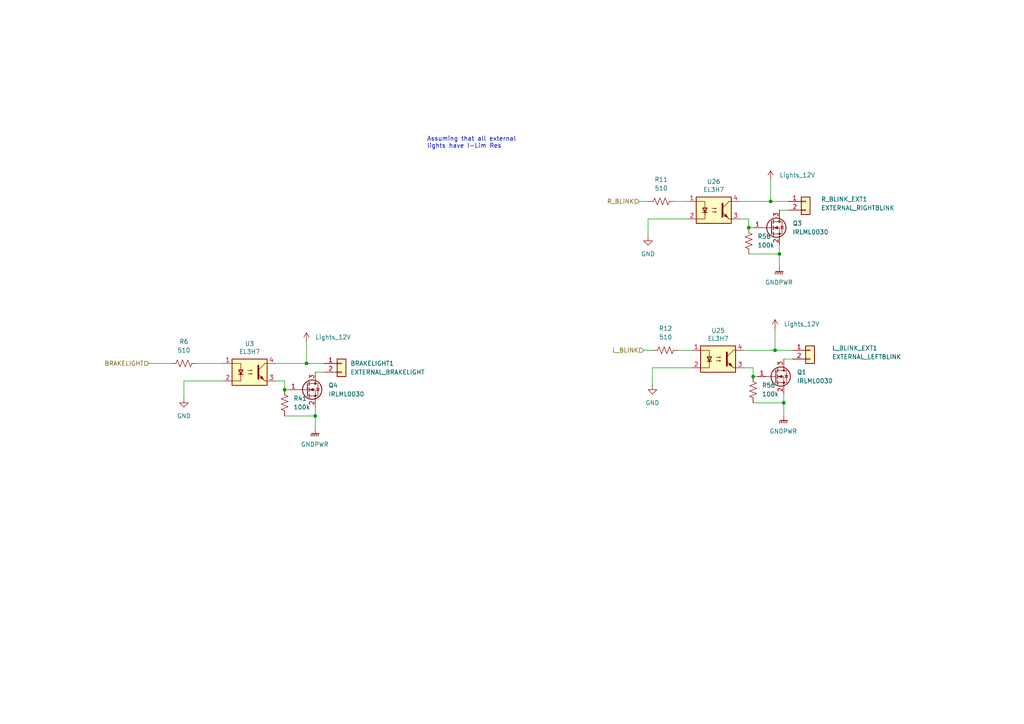
<source format=kicad_sch>
(kicad_sch (version 20231120) (generator "eeschema") (generator_version "8.0")
  (paper "A4")
  (lib_symbols
    (symbol "Connector_Generic:Conn_01x02" (pin_names (offset 1.016) hide)
      (property "Reference" "J" (at 0 2.54 0))
      (property "Value" "Conn_01x02" (at 0 -5.08 0))
      (symbol "Conn_01x02_1_1"
        (rectangle (start -1.27 -2.413) (end 0 -2.667) (stroke (width 0.1524)))
        (rectangle (start -1.27 0.127) (end 0 -0.127) (stroke (width 0.1524)))
        (rectangle (start -1.27 1.27) (end 1.27 -3.81) (stroke (width 0.254)) (fill (type background)))
        (pin passive line (at -5.08 0 0) (length 3.81) (name "Pin_1") (number "1"))
        (pin passive line (at -5.08 -2.54 0) (length 3.81) (name "Pin_2") (number "2"))
      )
    )
    (symbol "Device:R_US" (pin_numbers hide) (pin_names (offset 0))
      (property "Reference" "R" (at 2.54 0 90))
      (property "Value" "R_US" (at -2.54 0 90))
      (symbol "R_US_0_1"
        (polyline (pts (xy 0 -2.286) (xy 0 -2.54)))
        (polyline (pts (xy 0 2.286) (xy 0 2.54)))
        (polyline (pts (xy 0 -0.762) (xy 1.016 -1.143) (xy 0 -1.524) (xy -1.016 -1.905) (xy 0 -2.286)))
        (polyline (pts (xy 0 0.762) (xy 1.016 0.381) (xy 0 0) (xy -1.016 -0.381) (xy 0 -0.762)))
        (polyline (pts (xy 0 2.286) (xy 1.016 1.905) (xy 0 1.524) (xy -1.016 1.143) (xy 0 0.762)))
      )
      (symbol "R_US_1_1"
        (pin passive line (at 0 3.81 270) (length 1.27) (name "~") (number "1"))
        (pin passive line (at 0 -3.81 90) (length 1.27) (name "~") (number "2"))
      )
    )
    (symbol "Isolator:SFH617A-1" (pin_names (offset 1.016))
      (property "Reference" "U" (at -5.08 5.08 0))
      (property "Value" "SFH617A-1" (at 0 5.08 0))
      (symbol "SFH617A-1_0_1"
        (rectangle (start -5.08 3.81) (end 5.08 -3.81) (stroke (width 0.254)) (fill (type background)))
        (polyline (pts (xy -3.175 -0.635) (xy -1.905 -0.635)) (stroke (width 0.254)))
        (polyline (pts (xy 2.54 0.635) (xy 4.445 2.54)))
        (polyline (pts (xy 4.445 -2.54) (xy 2.54 -0.635)) (fill (type outline)))
        (polyline (pts (xy 4.445 -2.54) (xy 5.08 -2.54)))
        (polyline (pts (xy 4.445 2.54) (xy 5.08 2.54)))
        (polyline (pts (xy -2.54 -0.635) (xy -2.54 -2.54) (xy -5.08 -2.54)))
        (polyline (pts (xy 2.54 1.905) (xy 2.54 -1.905) (xy 2.54 -1.905)) (stroke (width 0.508)))
        (polyline (pts (xy -5.08 2.54) (xy -2.54 2.54) (xy -2.54 -1.27) (xy -2.54 0.635)))
        (polyline (pts (xy -2.54 -0.635) (xy -3.175 0.635) (xy -1.905 0.635) (xy -2.54 -0.635)) (stroke (width 0.254)))
        (polyline (pts (xy -0.508 -0.508) (xy 0.762 -0.508) (xy 0.381 -0.635) (xy 0.381 -0.381) (xy 0.762 -0.508)))
        (polyline (pts (xy -0.508 0.508) (xy 0.762 0.508) (xy 0.381 0.381) (xy 0.381 0.635) (xy 0.762 0.508)))
        (polyline (pts (xy 3.048 -1.651) (xy 3.556 -1.143) (xy 4.064 -2.159) (xy 3.048 -1.651) (xy 3.048 -1.651)) (fill (type outline)))
      )
      (symbol "SFH617A-1_1_1"
        (pin passive line (at -7.62 2.54 0) (length 2.54) (name "~") (number "1"))
        (pin passive line (at -7.62 -2.54 0) (length 2.54) (name "~") (number "2"))
        (pin passive line (at 7.62 -2.54 180) (length 2.54) (name "~") (number "3"))
        (pin passive line (at 7.62 2.54 180) (length 2.54) (name "~") (number "4"))
      )
    )
    (symbol "Transistor_FET:IRLML0030" (pin_names hide)
      (property "Reference" "Q" (at 5.08 1.905 0))
      (property "Value" "IRLML0030" (at 5.08 0 0))
      (symbol "IRLML0030_0_1"
        (polyline (pts (xy 0.254 0) (xy -2.54 0)))
        (polyline (pts (xy 0.254 1.905) (xy 0.254 -1.905)) (stroke (width 0.254)))
        (polyline (pts (xy 0.762 -1.27) (xy 0.762 -2.286)) (stroke (width 0.254)))
        (polyline (pts (xy 0.762 0.508) (xy 0.762 -0.508)) (stroke (width 0.254)))
        (polyline (pts (xy 0.762 2.286) (xy 0.762 1.27)) (stroke (width 0.254)))
        (polyline (pts (xy 2.54 2.54) (xy 2.54 1.778)))
        (polyline (pts (xy 2.54 -2.54) (xy 2.54 0) (xy 0.762 0)))
        (polyline (pts (xy 0.762 -1.778) (xy 3.302 -1.778) (xy 3.302 1.778) (xy 0.762 1.778)))
        (polyline (pts (xy 1.016 0) (xy 2.032 0.381) (xy 2.032 -0.381) (xy 1.016 0)) (fill (type outline)))
        (polyline (pts (xy 2.794 0.508) (xy 2.921 0.381) (xy 3.683 0.381) (xy 3.81 0.254)))
        (polyline (pts (xy 3.302 0.381) (xy 2.921 -0.254) (xy 3.683 -0.254) (xy 3.302 0.381)))
        (circle (center 1.651 0) (radius 2.794) (stroke (width 0.254)))
        (circle (center 2.54 -1.778) (radius 0.254) (fill (type outline)))
        (circle (center 2.54 1.778) (radius 0.254) (fill (type outline)))
      )
      (symbol "IRLML0030_1_1"
        (pin input line (at -5.08 0 0) (length 2.54) (name "G") (number "1"))
        (pin passive line (at 2.54 -5.08 90) (length 2.54) (name "S") (number "2"))
        (pin passive line (at 2.54 5.08 270) (length 2.54) (name "D") (number "3"))
      )
    )
    (symbol "power:+12V" (power) (pin_numbers hide) (pin_names (offset 0) hide)
      (property "Value" "+12V" (at 0 3.556 0))
      (symbol "+12V_0_1"
        (polyline (pts (xy -0.762 1.27) (xy 0 2.54)))
        (polyline (pts (xy 0 0) (xy 0 2.54)))
        (polyline (pts (xy 0 2.54) (xy 0.762 1.27)))
      )
      (symbol "+12V_1_1"
        (pin power_in line (at 0 0 90) (length 0) (name "~") (number "1"))
      )
    )
    (symbol "power:GND" (power) (pin_numbers hide) (pin_names (offset 0) hide)
      (property "Value" "GND" (at 0 -3.81 0))
      (symbol "GND_0_1"
        (polyline (pts (xy 0 0) (xy 0 -1.27) (xy 1.27 -1.27) (xy 0 -2.54) (xy -1.27 -1.27) (xy 0 -1.27)))
      )
      (symbol "GND_1_1"
        (pin power_in line (at 0 0 270) (length 0) (name "~") (number "1"))
      )
    )
    (symbol "power:GNDPWR" (power) (pin_numbers hide) (pin_names (offset 0) hide)
      (property "Value" "GNDPWR" (at 0 -3.302 0))
      (symbol "GNDPWR_0_1"
        (polyline (pts (xy 0 -1.27) (xy 0 0)))
        (polyline (pts (xy -1.016 -1.27) (xy -1.27 -2.032) (xy -1.27 -2.032)) (stroke (width 0.2032)))
        (polyline (pts (xy -0.508 -1.27) (xy -0.762 -2.032) (xy -0.762 -2.032)) (stroke (width 0.2032)))
        (polyline (pts (xy 0 -1.27) (xy -0.254 -2.032) (xy -0.254 -2.032)) (stroke (width 0.2032)))
        (polyline (pts (xy 0.508 -1.27) (xy 0.254 -2.032) (xy 0.254 -2.032)) (stroke (width 0.2032)))
        (polyline (pts (xy 1.016 -1.27) (xy -1.016 -1.27) (xy -1.016 -1.27)) (stroke (width 0.2032)))
        (polyline (pts (xy 1.016 -1.27) (xy 0.762 -2.032) (xy 0.762 -2.032) (xy 0.762 -2.032)) (stroke (width 0.2032)))
      )
      (symbol "GNDPWR_1_1"
        (pin power_in line (at 0 0 270) (length 0) (name "~") (number "1"))
      )
    )
  )
  (junction (at 218.44 109.22))
  (junction (at 88.9 105.41))
  (junction (at 91.44 120.65))
  (junction (at 227.33 116.84))
  (junction (at 226.06 73.66))
  (junction (at 217.17 66.04))
  (junction (at 223.52 58.42))
  (junction (at 82.55 113.03))
  (junction (at 224.79 101.6))
  (wire (pts (xy 218.44 106.68) (xy 215.9 106.68)))
  (wire (pts (xy 218.44 66.04) (xy 217.17 66.04)))
  (wire (pts (xy 83.82 113.03) (xy 82.55 113.03)))
  (wire (pts (xy 218.44 116.84) (xy 227.33 116.84)))
  (wire (pts (xy 214.63 58.42) (xy 223.52 58.42)))
  (wire (pts (xy 223.52 52.07) (xy 223.52 58.42)))
  (wire (pts (xy 217.17 73.66) (xy 226.06 73.66)))
  (wire (pts (xy 189.23 106.68) (xy 189.23 111.76)))
  (wire (pts (xy 226.06 60.96) (xy 228.6 60.96)))
  (wire (pts (xy 195.58 58.42) (xy 199.39 58.42)))
  (wire (pts (xy 82.55 120.65) (xy 91.44 120.65)))
  (wire (pts (xy 187.96 63.5) (xy 187.96 68.58)))
  (wire (pts (xy 91.44 107.95) (xy 93.98 107.95)))
  (wire (pts (xy 91.44 118.11) (xy 91.44 120.65)))
  (wire (pts (xy 57.15 105.41) (xy 64.77 105.41)))
  (wire (pts (xy 185.42 58.42) (xy 187.96 58.42)))
  (wire (pts (xy 88.9 99.06) (xy 88.9 105.41)))
  (wire (pts (xy 219.71 109.22) (xy 218.44 109.22)))
  (wire (pts (xy 196.85 101.6) (xy 200.66 101.6)))
  (wire (pts (xy 82.55 113.03) (xy 82.55 110.49)))
  (wire (pts (xy 64.77 110.49) (xy 53.34 110.49)))
  (wire (pts (xy 227.33 104.14) (xy 229.87 104.14)))
  (wire (pts (xy 82.55 110.49) (xy 80.01 110.49)))
  (wire (pts (xy 80.01 105.41) (xy 88.9 105.41)))
  (wire (pts (xy 88.9 105.41) (xy 93.98 105.41)))
  (wire (pts (xy 91.44 120.65) (xy 91.44 124.46)))
  (wire (pts (xy 215.9 101.6) (xy 224.79 101.6)))
  (wire (pts (xy 226.06 73.66) (xy 226.06 77.47)))
  (wire (pts (xy 226.06 71.12) (xy 226.06 73.66)))
  (wire (pts (xy 53.34 110.49) (xy 53.34 115.57)))
  (wire (pts (xy 224.79 101.6) (xy 229.87 101.6)))
  (wire (pts (xy 199.39 63.5) (xy 187.96 63.5)))
  (wire (pts (xy 223.52 58.42) (xy 228.6 58.42)))
  (wire (pts (xy 227.33 114.3) (xy 227.33 116.84)))
  (wire (pts (xy 186.69 101.6) (xy 189.23 101.6)))
  (wire (pts (xy 227.33 116.84) (xy 227.33 120.65)))
  (wire (pts (xy 200.66 106.68) (xy 189.23 106.68)))
  (wire (pts (xy 218.44 109.22) (xy 218.44 106.68)))
  (wire (pts (xy 43.18 105.41) (xy 49.53 105.41)))
  (wire (pts (xy 217.17 63.5) (xy 214.63 63.5)))
  (wire (pts (xy 217.17 66.04) (xy 217.17 63.5)))
  (wire (pts (xy 224.79 95.25) (xy 224.79 101.6)))
  (text "Assuming that all external \nlights have I-Lim Res" (at 123.825 43.18 0) (effects (font (size 1.27 1.27)) (justify left bottom)))
  (hierarchical_label "L_BLINK" (shape input) (at 186.69 101.6 180))
  (hierarchical_label "R_BLINK" (shape input) (at 185.42 58.42 180))
  (hierarchical_label "BRAKELIGHT" (shape input) (at 43.18 105.41 180))
  (symbol (lib_id "Isolator:SFH617A-1") (at 208.28 104.14 0) (unit 1)
    (property "Reference" "U25" (at 208.28 95.885 0))
    (property "Value" "EL3H7" (at 208.28 98.1964 0))
    (property "Footprint" "Package_SO:SSOP-4_4.4x2.6mm_P1.27mm" (effects (hide yes)))
    (property "Datasheet" "https://www.mouser.com/ProductDetail/Everlight/EL3H7DTA-VG?qs=8PzhAHr7IdO5ivSzPAFioA%3D%3D&utm_id=21629221803&gad_source=1&gclid=Cj0KCQiArby5BhCDARIsAIJvjIRxO0jcjcKfnV1hER0ZGDMF9W_FecGmdKXwVqQCsmJYIZvEtRfuUkAaAnFwEALw_wcB" (effects (hide yes)))
    (property "Description" "Optocoupler, Phototransistor Output, 5300 VRMS, VCEO 70V, CTR% 40-80, -55 to +110 degree Celsius, UL, BSI, FIMKO, cUL, THT PDIP-4" (effects (hide yes)))
    (property "Mouser Part Number" "638-EL3H7DTAVG " (effects (hide yes)))
    (property "P/N" "EL3H7DTAVG " (effects (hide yes)))
  )
  (symbol (lib_id "Device:R_US") (at 191.77 58.42 90) (unit 1)
    (property "Reference" "R11" (at 191.77 52.07 90))
    (property "Value" "510" (at 191.77 54.61 90))
    (property "Footprint" "Resistor_SMD:R_0805_2012Metric" (effects (hide yes)))
    (property "Datasheet" "https://www.mouser.in/ProductDetail/Vishay-Dale/CRCW0805510RFKEAC?qs=E3Y5ESvWgWP%252BBvcXzqF1aQ%3D%3D" (effects (hide yes)))
    (property "Description" "Resistor, US symbol" (effects (hide yes)))
    (property "Mouser Part Number" "71-CRCW0805510RFKEAC" (effects (hide yes)))
    (property "P/N" "CRCW0805510RFKEAC" (effects (hide yes)))
  )
  (symbol (lib_id "Transistor_FET:IRLML0030") (at 224.79 109.22 0) (unit 1)
    (property "Reference" "Q1" (at 231.14 107.9499 0) (effects (justify left)))
    (property "Value" "IRLML0030" (at 231.14 110.4899 0) (effects (justify left)))
    (property "Footprint" "Package_TO_SOT_SMD:SOT-23" (effects (hide yes)))
    (property "Datasheet" "https://www.infineon.com/dgdl/irlml0030pbf.pdf?fileId=5546d462533600a401535664773825df" (effects (hide yes)))
    (property "Description" "5.3A Id, 30V Vds, 27mOhm Rds, N-Channel HEXFET Power MOSFET, SOT-23" (effects (hide yes)))
    (property "P/N" "  IRLML0030TRPBF" (effects (hide yes)))
  )
  (symbol (lib_id "power:GNDPWR") (at 91.44 124.46 0) (unit 1)
    (property "Reference" "#PWR063" (effects (hide yes)))
    (property "Value" "GNDPWR" (at 91.313 128.905 0))
    (property "Description" "Power symbol creates a global label with name \"GNDPWR\" , global ground" (effects (hide yes)))
  )
  (symbol (lib_id "Isolator:SFH617A-1") (at 72.39 107.95 0) (unit 1)
    (property "Reference" "U3" (at 72.39 99.695 0))
    (property "Value" "EL3H7" (at 72.39 102.0064 0))
    (property "Footprint" "Package_SO:SSOP-4_4.4x2.6mm_P1.27mm" (effects (hide yes)))
    (property "Datasheet" "https://www.mouser.com/ProductDetail/Everlight/EL3H7DTA-VG?qs=8PzhAHr7IdO5ivSzPAFioA%3D%3D&utm_id=21629221803&gad_source=1&gclid=Cj0KCQiArby5BhCDARIsAIJvjIRxO0jcjcKfnV1hER0ZGDMF9W_FecGmdKXwVqQCsmJYIZvEtRfuUkAaAnFwEALw_wcB" (effects (hide yes)))
    (property "Description" "Optocoupler, Phototransistor Output, 5300 VRMS, VCEO 70V, CTR% 40-80, -55 to +110 degree Celsius, UL, BSI, FIMKO, cUL, THT PDIP-4" (effects (hide yes)))
    (property "Mouser Part Number" "638-EL3H7DTAVG " (effects (hide yes)))
    (property "P/N" "EL3H7DTAVG " (effects (hide yes)))
  )
  (symbol (lib_id "Transistor_FET:IRLML0030") (at 223.52 66.04 0) (unit 1)
    (property "Reference" "Q3" (at 229.87 64.7699 0) (effects (justify left)))
    (property "Value" "IRLML0030" (at 229.87 67.3099 0) (effects (justify left)))
    (property "Footprint" "Package_TO_SOT_SMD:SOT-23" (effects (hide yes)))
    (property "Datasheet" "https://www.infineon.com/dgdl/irlml0030pbf.pdf?fileId=5546d462533600a401535664773825df" (effects (hide yes)))
    (property "Description" "5.3A Id, 30V Vds, 27mOhm Rds, N-Channel HEXFET Power MOSFET, SOT-23" (effects (hide yes)))
    (property "P/N" "  IRLML0030TRPBF" (effects (hide yes)))
  )
  (symbol (lib_id "Device:R_US") (at 193.04 101.6 90) (unit 1)
    (property "Reference" "R12" (at 193.04 95.25 90))
    (property "Value" "510" (at 193.04 97.79 90))
    (property "Footprint" "Resistor_SMD:R_0805_2012Metric" (effects (hide yes)))
    (property "Datasheet" "https://www.mouser.in/ProductDetail/Vishay-Dale/CRCW0805510RFKEAC?qs=E3Y5ESvWgWP%252BBvcXzqF1aQ%3D%3D" (effects (hide yes)))
    (property "Description" "Resistor, US symbol" (effects (hide yes)))
    (property "Mouser Part Number" "71-CRCW0805510RFKEAC" (effects (hide yes)))
    (property "P/N" "CRCW0805510RFKEAC" (effects (hide yes)))
  )
  (symbol (lib_id "Device:R_US") (at 82.55 116.84 0) (unit 1)
    (property "Reference" "R41" (at 85.09 115.5699 0) (effects (justify left)))
    (property "Value" "100k" (at 85.09 118.1099 0) (effects (justify left)))
    (property "Footprint" "Resistor_SMD:R_0805_2012Metric" (effects (hide yes)))
    (property "Datasheet" "https://www.mouser.in/ProductDetail/Vishay-Dale/CRCW0805100KFKEAC?qs=E3Y5ESvWgWORJvbAiaO1ug%3D%3D" (effects (hide yes)))
    (property "Description" "Resistor, US symbol" (effects (hide yes)))
    (property "Mouser Part Number" "71-CRCW0805100KFKEAC" (effects (hide yes)))
    (property "P/N" "CRCW0805100KFKEAC" (effects (hide yes)))
  )
  (symbol (lib_id "Isolator:SFH617A-1") (at 207.01 60.96 0) (unit 1)
    (property "Reference" "U26" (at 207.01 52.705 0))
    (property "Value" "EL3H7" (at 207.01 55.0164 0))
    (property "Footprint" "Package_SO:SSOP-4_4.4x2.6mm_P1.27mm" (effects (hide yes)))
    (property "Datasheet" "https://www.mouser.com/ProductDetail/Everlight/EL3H7DTA-VG?qs=8PzhAHr7IdO5ivSzPAFioA%3D%3D&utm_id=21629221803&gad_source=1&gclid=Cj0KCQiArby5BhCDARIsAIJvjIRxO0jcjcKfnV1hER0ZGDMF9W_FecGmdKXwVqQCsmJYIZvEtRfuUkAaAnFwEALw_wcB" (effects (hide yes)))
    (property "Description" "Optocoupler, Phototransistor Output, 5300 VRMS, VCEO 70V, CTR% 40-80, -55 to +110 degree Celsius, UL, BSI, FIMKO, cUL, THT PDIP-4" (effects (hide yes)))
    (property "Mouser Part Number" "638-EL3H7DTAVG " (effects (hide yes)))
    (property "P/N" "EL3H7DTAVG " (effects (hide yes)))
  )
  (symbol (lib_id "Transistor_FET:IRLML0030") (at 88.9 113.03 0) (unit 1)
    (property "Reference" "Q4" (at 95.25 111.7599 0) (effects (justify left)))
    (property "Value" "IRLML0030" (at 95.25 114.2999 0) (effects (justify left)))
    (property "Footprint" "Package_TO_SOT_SMD:SOT-23" (effects (hide yes)))
    (property "Datasheet" "https://www.infineon.com/dgdl/irlml0030pbf.pdf?fileId=5546d462533600a401535664773825df" (effects (hide yes)))
    (property "Description" "5.3A Id, 30V Vds, 27mOhm Rds, N-Channel HEXFET Power MOSFET, SOT-23" (effects (hide yes)))
    (property "P/N" "  IRLML0030TRPBF" (effects (hide yes)))
  )
  (symbol (lib_id "Device:R_US") (at 218.44 113.03 0) (unit 1)
    (property "Reference" "R56" (at 220.98 111.7599 0) (effects (justify left)))
    (property "Value" "100k" (at 220.98 114.2999 0) (effects (justify left)))
    (property "Footprint" "Resistor_SMD:R_0805_2012Metric" (effects (hide yes)))
    (property "Datasheet" "https://www.mouser.in/ProductDetail/Vishay-Dale/CRCW0805100KFKEAC?qs=E3Y5ESvWgWORJvbAiaO1ug%3D%3D" (effects (hide yes)))
    (property "Description" "Resistor, US symbol" (effects (hide yes)))
    (property "Mouser Part Number" "71-CRCW0805100KFKEAC" (effects (hide yes)))
    (property "P/N" "CRCW0805100KFKEAC" (effects (hide yes)))
  )
  (symbol (lib_id "power:GNDPWR") (at 227.33 120.65 0) (unit 1)
    (property "Reference" "#PWR068" (effects (hide yes)))
    (property "Value" "GNDPWR" (at 227.203 125.095 0))
    (property "Description" "Power symbol creates a global label with name \"GNDPWR\" , global ground" (effects (hide yes)))
  )
  (symbol (lib_id "Connector_Generic:Conn_01x02") (at 234.95 101.6 0) (unit 1)
    (property "Reference" "L_BLINK_EXT1" (at 241.3 100.965 0) (effects (justify left)))
    (property "Value" "EXTERNAL_LEFTBLINK" (at 241.3 103.505 0) (effects (justify left)))
    (property "Footprint" "Connector_Molex:Molex_Micro-Fit_3.0_43650-0215_1x02_P3.00mm_Vertical" (effects (hide yes)))
    (property "Datasheet" "https://www.molex.com/en-us/products/part-detail/436500215" (effects (hide yes)))
    (property "Description" "Generic connector, single row, 01x02, script generated (kicad-library-utils/schlib/autogen/connector/)" (effects (hide yes)))
    (property "P/N" "43650-0215" (effects (hide yes)))
  )
  (symbol (lib_id "power:+12V") (at 223.52 52.07 0) (unit 1)
    (property "Reference" "#PWR075" (effects (hide yes)))
    (property "Value" "Lights_12V" (at 226.06 50.7999 0) (effects (justify left)))
    (property "Description" "Power symbol creates a global label with name \"+12V\"" (effects (hide yes)))
  )
  (symbol (lib_id "power:GNDPWR") (at 226.06 77.47 0) (unit 1)
    (property "Reference" "#PWR076" (effects (hide yes)))
    (property "Value" "GNDPWR" (at 225.933 81.915 0))
    (property "Description" "Power symbol creates a global label with name \"GNDPWR\" , global ground" (effects (hide yes)))
  )
  (symbol (lib_id "Connector_Generic:Conn_01x02") (at 233.68 58.42 0) (unit 1)
    (property "Reference" "R_BLINK_EXT1" (at 238.125 57.785 0) (effects (justify left)))
    (property "Value" "EXTERNAL_RIGHTBLINK" (at 238.125 60.325 0) (effects (justify left)))
    (property "Footprint" "Connector_Molex:Molex_Micro-Fit_3.0_43650-0215_1x02_P3.00mm_Vertical" (effects (hide yes)))
    (property "Datasheet" "https://www.molex.com/en-us/products/part-detail/436500215" (effects (hide yes)))
    (property "Description" "Generic connector, single row, 01x02, script generated (kicad-library-utils/schlib/autogen/connector/)" (effects (hide yes)))
    (property "P/N" "43650-0215" (effects (hide yes)))
  )
  (symbol (lib_id "Device:R_US") (at 53.34 105.41 90) (unit 1)
    (property "Reference" "R6" (at 53.34 99.06 90))
    (property "Value" "510" (at 53.34 101.6 90))
    (property "Footprint" "Resistor_SMD:R_0805_2012Metric" (effects (hide yes)))
    (property "Datasheet" "https://www.mouser.in/ProductDetail/Vishay-Dale/CRCW0805510RFKEAC?qs=E3Y5ESvWgWP%252BBvcXzqF1aQ%3D%3D" (effects (hide yes)))
    (property "Description" "Resistor, US symbol" (effects (hide yes)))
    (property "Mouser Part Number" "71-CRCW0805510RFKEAC" (effects (hide yes)))
    (property "P/N" "CRCW0805510RFKEAC" (effects (hide yes)))
  )
  (symbol (lib_id "power:+12V") (at 88.9 99.06 0) (unit 1)
    (property "Reference" "#PWR062" (effects (hide yes)))
    (property "Value" "Lights_12V" (at 91.44 97.7899 0) (effects (justify left)))
    (property "Description" "Power symbol creates a global label with name \"+12V\"" (effects (hide yes)))
  )
  (symbol (lib_id "power:GND") (at 189.23 111.76 0) (unit 1)
    (property "Reference" "#PWR066" (effects (hide yes)))
    (property "Value" "GND" (at 189.23 116.84 0))
    (property "Description" "Power symbol creates a global label with name \"GND\" , ground" (effects (hide yes)))
  )
  (symbol (lib_id "Device:R_US") (at 217.17 69.85 0) (unit 1)
    (property "Reference" "R58" (at 219.71 68.5799 0) (effects (justify left)))
    (property "Value" "100k" (at 219.71 71.1199 0) (effects (justify left)))
    (property "Footprint" "Resistor_SMD:R_0805_2012Metric" (effects (hide yes)))
    (property "Datasheet" "https://www.mouser.in/ProductDetail/Vishay-Dale/CRCW0805100KFKEAC?qs=E3Y5ESvWgWORJvbAiaO1ug%3D%3D" (effects (hide yes)))
    (property "Description" "Resistor, US symbol" (effects (hide yes)))
    (property "Mouser Part Number" "71-CRCW0805100KFKEAC" (effects (hide yes)))
    (property "P/N" "CRCW0805100KFKEAC" (effects (hide yes)))
  )
  (symbol (lib_id "power:+12V") (at 224.79 95.25 0) (unit 1)
    (property "Reference" "#PWR067" (effects (hide yes)))
    (property "Value" "Lights_12V" (at 227.33 93.9799 0) (effects (justify left)))
    (property "Description" "Power symbol creates a global label with name \"+12V\"" (effects (hide yes)))
  )
  (symbol (lib_id "power:GND") (at 53.34 115.57 0) (unit 1)
    (property "Reference" "#PWR015" (effects (hide yes)))
    (property "Value" "GND" (at 53.34 120.65 0))
    (property "Description" "Power symbol creates a global label with name \"GND\" , ground" (effects (hide yes)))
  )
  (symbol (lib_id "Connector_Generic:Conn_01x02") (at 99.06 105.41 0) (unit 1)
    (property "Reference" "BRAKELIGHT1" (at 101.6 105.4099 0) (effects (justify left)))
    (property "Value" "EXTERNAL_BRAKELIGHT" (at 101.6 107.9499 0) (effects (justify left)))
    (property "Footprint" "Connector_Molex:Molex_Micro-Fit_3.0_43650-0215_1x02_P3.00mm_Vertical" (effects (hide yes)))
    (property "Datasheet" "https://www.molex.com/en-us/products/part-detail/436500215" (effects (hide yes)))
    (property "Description" "Generic connector, single row, 01x02, script generated (kicad-library-utils/schlib/autogen/connector/)" (effects (hide yes)))
    (property "P/N" "43650-0215" (effects (hide yes)))
  )
  (symbol (lib_id "power:GND") (at 187.96 68.58 0) (unit 1)
    (property "Reference" "#PWR070" (effects (hide yes)))
    (property "Value" "GND" (at 187.96 73.66 0))
    (property "Description" "Power symbol creates a global label with name \"GND\" , ground" (effects (hide yes)))
  )
)
</source>
